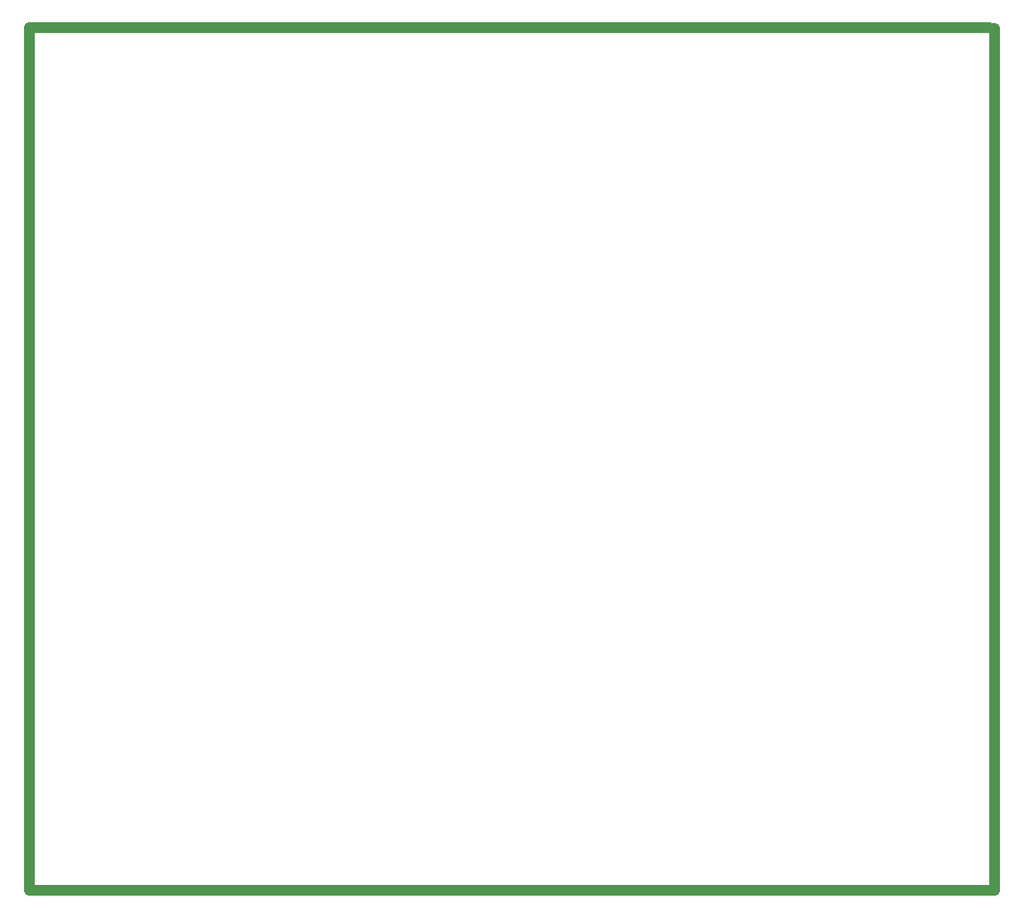
<source format=gko>
G04 Layer: BoardOutlineLayer*
G04 EasyEDA v6.5.54, 2026-02-03 19:04:38*
G04 9173210c2a1045c2b90a711feb310df5,b3696df828ae431383eed25e92d68677,10*
G04 Gerber Generator version 0.2*
G04 Scale: 100 percent, Rotated: No, Reflected: No *
G04 Dimensions in millimeters *
G04 leading zeros omitted , absolute positions ,4 integer and 5 decimal *
%FSLAX45Y45*%
%MOMM*%

%ADD10C,1.0000*%
%ADD11C,0.0117*%
D10*
X13157200Y6680200D02*
G01*
X4038600Y6680200D01*
X4038600Y-1524000D01*
X13208000Y-1524000D01*
X13208000Y6667500D01*

%LPD*%
M02*

</source>
